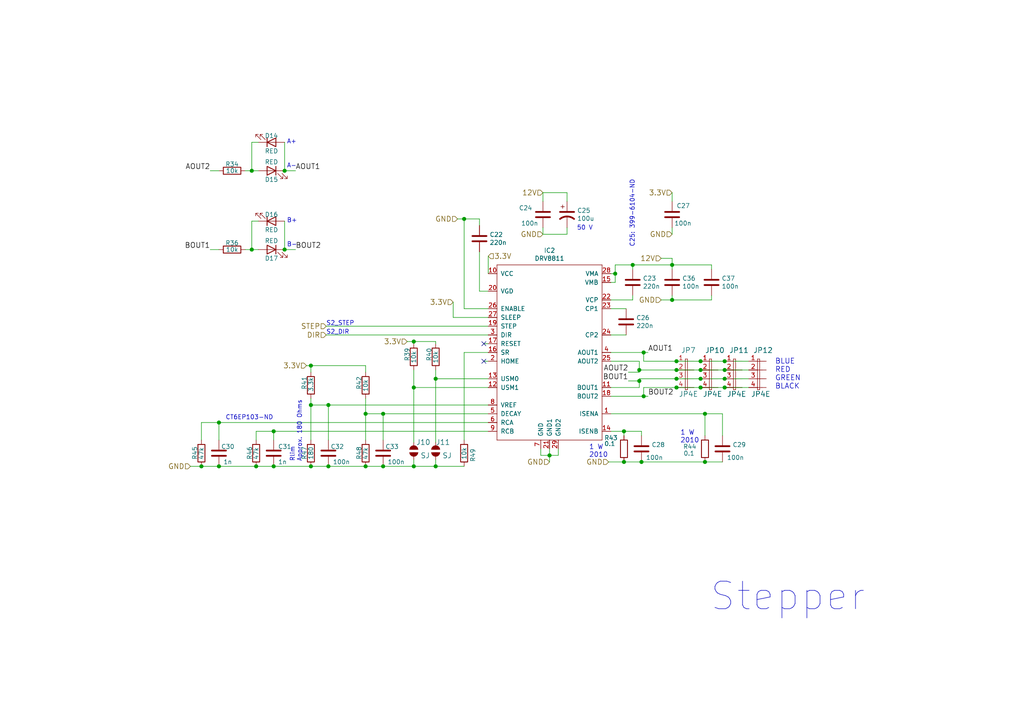
<source format=kicad_sch>
(kicad_sch (version 20211123) (generator eeschema)
  (paper "A4")
  (lib_symbols
    (symbol "Bertha_main-eagle-import:DRV8811" (pin_names (offset 1.016))
      (property "Reference" "IC" (at -15.24 27.94 0))
      (property "Value" "DRV8811" (at 0 27.94 0))
      (symbol "DRV8811_1_0"
        (polyline (pts (xy -15.24 -25.4) (xy -15.24 25.4)))
        (polyline (pts (xy -15.24 25.4) (xy 15.24 25.4)))
        (polyline (pts (xy 15.24 -25.4) (xy -15.24 -25.4)))
        (polyline (pts (xy 15.24 25.4) (xy 15.24 -25.4)))
        (pin bidirectional line (at 17.78 -17.78 180) (length 2.54) (name "ISENA") (number "1"))
        (pin bidirectional line (at -17.78 22.86 0) (length 2.54) (name "VCC") (number "10"))
        (pin bidirectional line (at 17.78 -10.16 180) (length 2.54) (name "BOUT1") (number "11"))
        (pin bidirectional line (at -17.78 -10.16 0) (length 2.54) (name "USM1") (number "12"))
        (pin bidirectional line (at -17.78 -7.62 0) (length 2.54) (name "USM0") (number "13"))
        (pin bidirectional line (at 17.78 -22.86 180) (length 2.54) (name "ISENB") (number "14"))
        (pin bidirectional line (at 17.78 20.32 180) (length 2.54) (name "VMB") (number "15"))
        (pin bidirectional line (at -17.78 0 0) (length 2.54) (name "SR") (number "16"))
        (pin bidirectional line (at -17.78 2.54 0) (length 2.54) (name "RESET") (number "17"))
        (pin bidirectional line (at 17.78 -12.7 180) (length 2.54) (name "BOUT2") (number "18"))
        (pin bidirectional line (at -17.78 7.62 0) (length 2.54) (name "STEP") (number "19"))
        (pin bidirectional line (at -17.78 -2.54 0) (length 2.54) (name "HOME") (number "2"))
        (pin bidirectional line (at -17.78 17.78 0) (length 2.54) (name "VGD") (number "20"))
        (pin bidirectional line (at 0 -27.94 90) (length 2.54) (name "GND1") (number "21"))
        (pin bidirectional line (at 17.78 15.24 180) (length 2.54) (name "VCP") (number "22"))
        (pin bidirectional line (at 17.78 12.7 180) (length 2.54) (name "CP1") (number "23"))
        (pin bidirectional line (at 17.78 5.08 180) (length 2.54) (name "CP2") (number "24"))
        (pin bidirectional line (at 17.78 -2.54 180) (length 2.54) (name "AOUT2") (number "25"))
        (pin bidirectional line (at -17.78 12.7 0) (length 2.54) (name "ENABLE") (number "26"))
        (pin bidirectional line (at -17.78 10.16 0) (length 2.54) (name "SLEEP") (number "27"))
        (pin bidirectional line (at 17.78 22.86 180) (length 2.54) (name "VMA") (number "28"))
        (pin bidirectional line (at 2.54 -27.94 90) (length 2.54) (name "GND2") (number "29"))
        (pin bidirectional line (at -17.78 5.08 0) (length 2.54) (name "DIR") (number "3"))
        (pin bidirectional line (at 17.78 0 180) (length 2.54) (name "AOUT1") (number "4"))
        (pin bidirectional line (at -17.78 -17.78 0) (length 2.54) (name "DECAY") (number "5"))
        (pin bidirectional line (at -17.78 -20.32 0) (length 2.54) (name "RCA") (number "6"))
        (pin bidirectional line (at -2.54 -27.94 90) (length 2.54) (name "GND") (number "7"))
        (pin bidirectional line (at -17.78 -15.24 0) (length 2.54) (name "VREF") (number "8"))
        (pin bidirectional line (at -17.78 -22.86 0) (length 2.54) (name "RCB") (number "9"))
      )
    )
    (symbol "Bertha_main-eagle-import:JP4E" (pin_names (offset 1.016))
      (property "Reference" "JP" (at -3.81 0 90))
      (property "Value" "JP4E" (at 8.255 0 90))
      (symbol "JP4E_1_0"
        (polyline (pts (xy -3.175 0) (xy 5.08 0)))
        (polyline (pts (xy -3.175 0.635) (xy -3.175 0)))
        (polyline (pts (xy -2.54 0) (xy -2.54 1.27)))
        (polyline (pts (xy -2.54 2.54) (xy -2.54 1.27)))
        (polyline (pts (xy 0 0) (xy 0 1.27)))
        (polyline (pts (xy 0 2.54) (xy 0 1.27)))
        (polyline (pts (xy 2.54 0) (xy 2.54 1.27)))
        (polyline (pts (xy 2.54 2.54) (xy 2.54 1.27)))
        (polyline (pts (xy 5.08 0) (xy 5.08 1.27)))
        (polyline (pts (xy 5.08 0) (xy 5.715 0)))
        (polyline (pts (xy 5.08 2.54) (xy 5.08 1.27)))
        (polyline (pts (xy 5.715 0) (xy 5.715 0.635)))
        (polyline (pts (xy 5.715 0.635) (xy -3.175 0.635)))
        (pin passive line (at -2.54 -2.54 90) (length 2.54) (name "1") (number "1"))
        (pin passive line (at 0 -2.54 90) (length 2.54) (name "2") (number "2"))
        (pin passive line (at 2.54 -2.54 90) (length 2.54) (name "3") (number "3"))
        (pin passive line (at 5.08 -2.54 90) (length 2.54) (name "4") (number "4"))
      )
    )
    (symbol "Bertha_main-eagle-import:SJ" (pin_names (offset 1.016))
      (property "Reference" "J" (at -2.54 2.54 0))
      (property "Value" "SJ" (at -2.54 -3.81 0))
      (symbol "SJ_1_0"
        (arc (start -0.381 1.2446) (mid -1.6005 0) (end -0.381 -1.2446) (stroke (width 0.0254)) (fill (type outline)))
        (polyline (pts (xy -2.54 0) (xy -1.651 0)))
        (polyline (pts (xy 2.54 0) (xy 1.651 0)))
        (arc (start 0.381 -1.2446) (mid 1.6005 0) (end 0.381 1.2446) (stroke (width 0.0254)) (fill (type outline)))
        (pin passive line (at -2.54 0 0) (length 0) (name "1") (number "1"))
        (pin passive line (at 2.54 0 180) (length 0) (name "2") (number "2"))
      )
    )
    (symbol "Device:C" (pin_numbers hide) (pin_names (offset 0.254))
      (property "Reference" "C" (at 0.635 2.54 0))
      (property "Value" "C" (at 0.635 -2.54 0))
      (symbol "C_0_1"
        (polyline (pts (xy -2.032 -0.762) (xy 2.032 -0.762)) (stroke (width 0.508)))
        (polyline (pts (xy -2.032 0.762) (xy 2.032 0.762)) (stroke (width 0.508)))
      )
      (symbol "C_1_1"
        (pin passive line (at 0 3.81 270) (length 2.794) (name "~") (number "1"))
        (pin passive line (at 0 -3.81 90) (length 2.794) (name "~") (number "2"))
      )
    )
    (symbol "Device:CP1" (pin_numbers hide) (pin_names (offset 0.254) hide)
      (property "Reference" "C" (at 0.635 2.54 0))
      (property "Value" "CP1" (at 0.635 -2.54 0))
      (symbol "CP1_0_1"
        (polyline (pts (xy -2.032 0.762) (xy 2.032 0.762)) (stroke (width 0.508)))
        (polyline (pts (xy -1.778 2.286) (xy -0.762 2.286)))
        (polyline (pts (xy -1.27 1.778) (xy -1.27 2.794)))
        (arc (start 2.032 -1.27) (mid 0 -0.5572) (end -2.032 -1.27) (stroke (width 0.508)))
      )
      (symbol "CP1_1_1"
        (pin passive line (at 0 3.81 270) (length 2.794) (name "~") (number "1"))
        (pin passive line (at 0 -3.81 90) (length 3.302) (name "~") (number "2"))
      )
    )
    (symbol "Device:LED" (pin_numbers hide) (pin_names (offset 1.016) hide)
      (property "Reference" "D" (at 0 2.54 0))
      (property "Value" "LED" (at 0 -2.54 0))
      (symbol "LED_0_1"
        (polyline (pts (xy -1.27 -1.27) (xy -1.27 1.27)) (stroke (width 0.254)))
        (polyline (pts (xy -1.27 0) (xy 1.27 0)))
        (polyline (pts (xy 1.27 -1.27) (xy 1.27 1.27) (xy -1.27 0) (xy 1.27 -1.27)) (stroke (width 0.254)))
        (polyline (pts (xy -3.048 -0.762) (xy -4.572 -2.286) (xy -3.81 -2.286) (xy -4.572 -2.286) (xy -4.572 -1.524)))
        (polyline (pts (xy -1.778 -0.762) (xy -3.302 -2.286) (xy -2.54 -2.286) (xy -3.302 -2.286) (xy -3.302 -1.524)))
      )
      (symbol "LED_1_1"
        (pin passive line (at -3.81 0 0) (length 2.54) (name "K") (number "1"))
        (pin passive line (at 3.81 0 180) (length 2.54) (name "A") (number "2"))
      )
    )
    (symbol "Device:R" (pin_numbers hide) (pin_names (offset 0))
      (property "Reference" "R" (at 2.032 0 90))
      (property "Value" "R" (at 0 0 90))
      (symbol "R_0_1"
        (rectangle (start -1.016 -2.54) (end 1.016 2.54) (stroke (width 0.254)))
      )
      (symbol "R_1_1"
        (pin passive line (at 0 3.81 270) (length 1.27) (name "~") (number "1"))
        (pin passive line (at 0 -3.81 90) (length 1.27) (name "~") (number "2"))
      )
    )
  )
  (junction (at 194.945 76.835) (diameter 1.016))
  (junction (at 194.945 86.995) (diameter 1.016))
  (junction (at 196.215 109.855) (diameter 1.016))
  (junction (at 196.215 104.775) (diameter 1.016))
  (junction (at 73.025 49.53) (diameter 1.016))
  (junction (at 120.015 135.255) (diameter 1.016))
  (junction (at 120.015 112.395) (diameter 1.016))
  (junction (at 185.42 110.49) (diameter 1.016))
  (junction (at 74.295 135.255) (diameter 1.016))
  (junction (at 203.2 109.855) (diameter 1.016))
  (junction (at 79.375 135.255) (diameter 1.016))
  (junction (at 95.25 135.255) (diameter 1.016))
  (junction (at 183.515 76.835) (diameter 1.016))
  (junction (at 63.5 135.255) (diameter 1.016))
  (junction (at 134.62 63.5) (diameter 1.016))
  (junction (at 210.185 109.855) (diameter 1.016))
  (junction (at 120.015 99.06) (diameter 1.016))
  (junction (at 210.185 112.395) (diameter 1.016))
  (junction (at 95.25 117.475) (diameter 1.016))
  (junction (at 111.125 120.015) (diameter 1.016))
  (junction (at 82.55 49.53) (diameter 1.016))
  (junction (at 203.2 107.315) (diameter 1.016))
  (junction (at 63.5 122.555) (diameter 1.016))
  (junction (at 180.975 133.985) (diameter 1.016))
  (junction (at 186.055 133.985) (diameter 1.016))
  (junction (at 73.025 72.39) (diameter 1.016))
  (junction (at 185.42 107.315) (diameter 1.016))
  (junction (at 79.375 125.095) (diameter 1.016))
  (junction (at 106.045 120.015) (diameter 1.016))
  (junction (at 126.365 135.255) (diameter 1.016))
  (junction (at 186.69 114.935) (diameter 1.016))
  (junction (at 186.69 102.235) (diameter 1.016))
  (junction (at 111.125 135.255) (diameter 1.016))
  (junction (at 106.045 135.255) (diameter 1.016))
  (junction (at 196.215 112.395) (diameter 1.016))
  (junction (at 90.17 106.045) (diameter 1.016))
  (junction (at 210.185 104.775) (diameter 1.016))
  (junction (at 178.435 79.375) (diameter 1.016))
  (junction (at 180.975 125.095) (diameter 1.016))
  (junction (at 203.2 112.395) (diameter 1.016))
  (junction (at 90.17 135.255) (diameter 1.016))
  (junction (at 126.365 109.855) (diameter 1.016))
  (junction (at 203.2 104.775) (diameter 1.016))
  (junction (at 58.42 135.255) (diameter 1.016))
  (junction (at 82.55 72.39) (diameter 1.016))
  (junction (at 210.185 107.315) (diameter 1.016))
  (junction (at 204.47 120.015) (diameter 1.016))
  (junction (at 196.215 107.315) (diameter 1.016))
  (junction (at 90.17 117.475) (diameter 1.016))
  (junction (at 159.385 132.08) (diameter 1.016))
  (junction (at 204.47 133.985) (diameter 1.016))
  (no_connect (at 140.335 99.695))
  (no_connect (at 140.335 104.775))
  (wire (pts (xy 106.045 106.045) (xy 106.045 107.95)))
  (wire (pts (xy 106.045 120.015) (xy 106.045 127.635)))
  (wire (pts (xy 203.2 107.315) (xy 196.215 107.315)))
  (wire (pts (xy 177.165 102.235) (xy 186.69 102.235)))
  (wire (pts (xy 126.365 133.35) (xy 126.365 135.255)))
  (wire (pts (xy 185.42 107.315) (xy 196.215 107.315)))
  (wire (pts (xy 178.435 81.915) (xy 178.435 79.375)))
  (wire (pts (xy 194.945 74.93) (xy 191.77 74.93)))
  (wire (pts (xy 74.93 72.39) (xy 73.025 72.39)))
  (wire (pts (xy 79.375 127.635) (xy 79.375 125.095)))
  (wire (pts (xy 106.045 106.045) (xy 90.17 106.045)))
  (wire (pts (xy 134.62 63.5) (xy 139.065 63.5)))
  (wire (pts (xy 194.945 66.04) (xy 194.945 67.945)))
  (wire (pts (xy 186.69 104.775) (xy 196.215 104.775)))
  (wire (pts (xy 157.48 66.04) (xy 157.48 67.945)))
  (wire (pts (xy 183.515 76.835) (xy 183.515 78.105)))
  (wire (pts (xy 177.165 120.015) (xy 204.47 120.015)))
  (wire (pts (xy 60.96 72.39) (xy 63.5 72.39)))
  (wire (pts (xy 183.515 85.725) (xy 183.515 86.995)))
  (wire (pts (xy 191.77 86.995) (xy 194.945 86.995)))
  (wire (pts (xy 74.93 41.275) (xy 73.025 41.275)))
  (wire (pts (xy 120.015 133.35) (xy 120.015 135.255)))
  (wire (pts (xy 82.55 64.135) (xy 82.55 72.39)))
  (wire (pts (xy 177.165 97.155) (xy 181.61 97.155)))
  (wire (pts (xy 159.385 133.985) (xy 159.385 132.08)))
  (wire (pts (xy 120.015 99.06) (xy 126.365 99.06)))
  (wire (pts (xy 196.215 104.775) (xy 203.2 104.775)))
  (wire (pts (xy 185.42 107.95) (xy 185.42 107.315)))
  (wire (pts (xy 95.25 117.475) (xy 90.17 117.475)))
  (wire (pts (xy 90.17 106.045) (xy 88.9 106.045)))
  (wire (pts (xy 186.69 114.935) (xy 186.69 112.395)))
  (wire (pts (xy 185.42 109.855) (xy 196.215 109.855)))
  (wire (pts (xy 134.62 89.535) (xy 141.605 89.535)))
  (wire (pts (xy 194.945 76.835) (xy 194.945 74.93)))
  (wire (pts (xy 185.42 104.775) (xy 185.42 107.315)))
  (wire (pts (xy 157.48 67.945) (xy 164.465 67.945)))
  (wire (pts (xy 203.2 104.775) (xy 210.185 104.775)))
  (wire (pts (xy 178.435 79.375) (xy 177.165 79.375)))
  (wire (pts (xy 139.065 73.025) (xy 139.065 84.455)))
  (wire (pts (xy 126.365 99.06) (xy 126.365 99.695)))
  (wire (pts (xy 209.55 133.985) (xy 204.47 133.985)))
  (wire (pts (xy 118.11 99.06) (xy 120.015 99.06)))
  (wire (pts (xy 111.125 127.635) (xy 111.125 120.015)))
  (wire (pts (xy 95.25 135.255) (xy 90.17 135.255)))
  (wire (pts (xy 206.375 85.725) (xy 206.375 86.995)))
  (wire (pts (xy 206.375 86.995) (xy 194.945 86.995)))
  (wire (pts (xy 183.515 76.835) (xy 194.945 76.835)))
  (wire (pts (xy 134.62 63.5) (xy 134.62 89.535)))
  (wire (pts (xy 203.2 112.395) (xy 196.215 112.395)))
  (wire (pts (xy 185.42 110.49) (xy 185.42 109.855)))
  (wire (pts (xy 106.045 115.57) (xy 106.045 120.015)))
  (wire (pts (xy 120.015 135.255) (xy 126.365 135.255)))
  (wire (pts (xy 79.375 135.255) (xy 74.295 135.255)))
  (wire (pts (xy 126.365 107.315) (xy 126.365 109.855)))
  (wire (pts (xy 164.465 55.88) (xy 164.465 58.42)))
  (wire (pts (xy 74.93 49.53) (xy 73.025 49.53)))
  (wire (pts (xy 63.5 135.255) (xy 58.42 135.255)))
  (wire (pts (xy 178.435 76.835) (xy 183.515 76.835)))
  (wire (pts (xy 90.17 106.045) (xy 90.17 107.95)))
  (wire (pts (xy 196.215 109.855) (xy 203.2 109.855)))
  (wire (pts (xy 204.47 126.365) (xy 204.47 120.015)))
  (wire (pts (xy 182.245 107.95) (xy 185.42 107.95)))
  (wire (pts (xy 141.605 99.695) (xy 140.335 99.695)))
  (wire (pts (xy 177.165 104.775) (xy 185.42 104.775)))
  (wire (pts (xy 177.165 86.995) (xy 183.515 86.995)))
  (wire (pts (xy 106.045 135.255) (xy 95.25 135.255)))
  (wire (pts (xy 161.925 132.08) (xy 161.925 130.175)))
  (wire (pts (xy 185.42 112.395) (xy 185.42 110.49)))
  (wire (pts (xy 217.17 107.315) (xy 210.185 107.315)))
  (wire (pts (xy 120.015 99.695) (xy 120.015 99.06)))
  (wire (pts (xy 111.125 120.015) (xy 141.605 120.015)))
  (wire (pts (xy 203.2 112.395) (xy 210.185 112.395)))
  (wire (pts (xy 182.245 110.49) (xy 185.42 110.49)))
  (wire (pts (xy 178.435 79.375) (xy 178.435 76.835)))
  (wire (pts (xy 186.055 133.985) (xy 180.975 133.985)))
  (wire (pts (xy 55.245 135.255) (xy 58.42 135.255)))
  (wire (pts (xy 134.62 102.235) (xy 141.605 102.235)))
  (wire (pts (xy 186.055 125.095) (xy 180.975 125.095)))
  (wire (pts (xy 79.375 125.095) (xy 141.605 125.095)))
  (wire (pts (xy 187.96 114.935) (xy 186.69 114.935)))
  (wire (pts (xy 74.295 135.255) (xy 63.5 135.255)))
  (wire (pts (xy 204.47 120.015) (xy 209.55 120.015)))
  (wire (pts (xy 159.385 132.08) (xy 159.385 130.175)))
  (wire (pts (xy 176.53 133.985) (xy 180.975 133.985)))
  (wire (pts (xy 157.48 55.88) (xy 164.465 55.88)))
  (wire (pts (xy 180.975 125.095) (xy 180.975 126.365)))
  (wire (pts (xy 120.015 112.395) (xy 141.605 112.395)))
  (wire (pts (xy 73.025 72.39) (xy 71.12 72.39)))
  (wire (pts (xy 141.605 104.775) (xy 140.335 104.775)))
  (wire (pts (xy 74.295 125.095) (xy 79.375 125.095)))
  (wire (pts (xy 111.125 135.255) (xy 106.045 135.255)))
  (wire (pts (xy 177.165 112.395) (xy 185.42 112.395)))
  (wire (pts (xy 60.96 49.53) (xy 63.5 49.53)))
  (wire (pts (xy 131.445 92.075) (xy 141.605 92.075)))
  (wire (pts (xy 159.385 132.08) (xy 161.925 132.08)))
  (wire (pts (xy 82.55 41.275) (xy 82.55 49.53)))
  (wire (pts (xy 90.17 115.57) (xy 90.17 117.475)))
  (wire (pts (xy 209.55 120.015) (xy 209.55 126.365)))
  (wire (pts (xy 186.055 126.365) (xy 186.055 125.095)))
  (wire (pts (xy 132.715 63.5) (xy 134.62 63.5)))
  (wire (pts (xy 194.945 76.835) (xy 194.945 78.105)))
  (wire (pts (xy 217.17 112.395) (xy 210.185 112.395)))
  (wire (pts (xy 194.945 86.995) (xy 194.945 85.725)))
  (wire (pts (xy 217.17 104.775) (xy 210.185 104.775)))
  (wire (pts (xy 126.365 109.855) (xy 126.365 128.27)))
  (wire (pts (xy 120.015 112.395) (xy 120.015 128.27)))
  (wire (pts (xy 139.065 84.455) (xy 141.605 84.455)))
  (wire (pts (xy 210.185 107.315) (xy 203.2 107.315)))
  (wire (pts (xy 186.69 102.235) (xy 187.96 102.235)))
  (wire (pts (xy 156.845 130.175) (xy 156.845 132.08)))
  (wire (pts (xy 85.725 72.39) (xy 82.55 72.39)))
  (wire (pts (xy 90.17 135.255) (xy 79.375 135.255)))
  (wire (pts (xy 141.605 74.295) (xy 141.605 79.375)))
  (wire (pts (xy 58.42 122.555) (xy 58.42 127.635)))
  (wire (pts (xy 120.015 107.315) (xy 120.015 112.395)))
  (wire (pts (xy 73.025 41.275) (xy 73.025 49.53)))
  (wire (pts (xy 139.065 63.5) (xy 139.065 65.405)))
  (wire (pts (xy 90.17 117.475) (xy 90.17 127.635)))
  (wire (pts (xy 181.61 89.535) (xy 177.165 89.535)))
  (wire (pts (xy 186.69 102.235) (xy 186.69 104.775)))
  (wire (pts (xy 217.17 109.855) (xy 210.185 109.855)))
  (wire (pts (xy 74.295 127.635) (xy 74.295 125.095)))
  (wire (pts (xy 126.365 109.855) (xy 141.605 109.855)))
  (wire (pts (xy 156.845 132.08) (xy 159.385 132.08)))
  (wire (pts (xy 131.445 87.63) (xy 131.445 92.075)))
  (wire (pts (xy 94.615 94.615) (xy 141.605 94.615)))
  (wire (pts (xy 126.365 135.255) (xy 134.62 135.255)))
  (wire (pts (xy 63.5 127.635) (xy 63.5 122.555)))
  (wire (pts (xy 206.375 76.835) (xy 194.945 76.835)))
  (wire (pts (xy 194.945 55.88) (xy 194.945 58.42)))
  (wire (pts (xy 73.025 49.53) (xy 71.12 49.53)))
  (wire (pts (xy 134.62 102.235) (xy 134.62 127.635)))
  (wire (pts (xy 94.615 97.155) (xy 141.605 97.155)))
  (wire (pts (xy 203.2 109.855) (xy 210.185 109.855)))
  (wire (pts (xy 177.165 114.935) (xy 186.69 114.935)))
  (wire (pts (xy 186.69 112.395) (xy 196.215 112.395)))
  (wire (pts (xy 186.055 133.985) (xy 204.47 133.985)))
  (wire (pts (xy 58.42 122.555) (xy 63.5 122.555)))
  (wire (pts (xy 63.5 122.555) (xy 141.605 122.555)))
  (wire (pts (xy 95.25 117.475) (xy 141.605 117.475)))
  (wire (pts (xy 120.015 135.255) (xy 111.125 135.255)))
  (wire (pts (xy 177.165 125.095) (xy 180.975 125.095)))
  (wire (pts (xy 206.375 78.105) (xy 206.375 76.835)))
  (wire (pts (xy 74.93 64.135) (xy 73.025 64.135)))
  (wire (pts (xy 73.025 64.135) (xy 73.025 72.39)))
  (wire (pts (xy 177.165 81.915) (xy 178.435 81.915)))
  (wire (pts (xy 95.25 127.635) (xy 95.25 117.475)))
  (wire (pts (xy 157.48 55.88) (xy 157.48 58.42)))
  (wire (pts (xy 85.725 49.53) (xy 82.55 49.53)))
  (wire (pts (xy 111.125 120.015) (xy 106.045 120.015)))
  (wire (pts (xy 164.465 66.04) (xy 164.465 67.945)))
  (text "50 V\n" (at 171.9834 66.929 180) (effects (font (size 1.27 1.27)) (justify right bottom)))
  (text "A+\n" (at 83.185 41.91 0) (effects (font (size 1.27 1.27)) (justify left bottom)))
  (text "B+\n" (at 83.185 64.77 0) (effects (font (size 1.27 1.27)) (justify left bottom)))
  (text "Rlim\nApprox. 180 Ohms" (at 87.63 133.985 90) (effects (font (size 1.27 1.27)) (justify left bottom)))
  (text "Stepper" (at 205.74 177.8 0) (effects (font (size 8.001 8.001)) (justify left bottom)))
  (text "C25: 399-6104-ND\n" (at 184.15 71.755 90) (effects (font (size 1.27 1.27)) (justify left bottom)))
  (text "S2_STEP\n" (at 94.615 94.615 0) (effects (font (size 1.27 1.27)) (justify left bottom)))
  (text "BLUE\nRED\nGREEN\nBLACK" (at 224.79 113.03 0) (effects (font (size 1.4986 1.4986)) (justify left bottom)))
  (text "CT6EP103-ND\n" (at 65.405 121.92 0) (effects (font (size 1.27 1.27)) (justify left bottom)))
  (text "B-" (at 83.185 71.755 0) (effects (font (size 1.27 1.27)) (justify left bottom)))
  (text "A-\n" (at 83.185 48.895 0) (effects (font (size 1.27 1.27)) (justify left bottom)))
  (text "1 W \n2010" (at 170.8404 132.842 0) (effects (font (size 1.397 1.397)) (justify left bottom)))
  (text "1 W \n2010" (at 197.3072 128.651 0) (effects (font (size 1.397 1.397)) (justify left bottom)))
  (text "S2_DIR" (at 94.615 97.155 0) (effects (font (size 1.27 1.27)) (justify left bottom)))
  (label "AOUT1" (at 187.96 102.235 0) (effects (font (size 1.4986 1.4986))))
  (label "BOUT2" (at 187.96 114.935 0) (effects (font (size 1.4986 1.4986))))
  (label "AOUT2" (at 182.245 107.95 180) (effects (font (size 1.4986 1.4986))))
  (label "AOUT2" (at 60.96 49.53 180) (effects (font (size 1.4986 1.4986))))
  (label "BOUT2" (at 85.725 72.39 0) (effects (font (size 1.4986 1.4986))))
  (label "AOUT1" (at 85.725 49.53 0) (effects (font (size 1.4986 1.4986))))
  (label "BOUT1" (at 60.96 72.39 180) (effects (font (size 1.4986 1.4986))))
  (label "BOUT1" (at 182.245 110.49 180) (effects (font (size 1.4986 1.4986))))
  (hierarchical_label "3.3V" (shape input) (at 118.11 99.06 180) (effects (font (size 1.4986 1.4986))))
  (hierarchical_label "DIR" (shape input) (at 94.615 97.155 180) (effects (font (size 1.4986 1.4986))))
  (hierarchical_label "3.3V" (shape input) (at 88.9 106.045 180) (effects (font (size 1.4986 1.4986))))
  (hierarchical_label "12V" (shape input) (at 191.77 74.93 180) (effects (font (size 1.4986 1.4986))))
  (hierarchical_label "GND" (shape input) (at 55.245 135.255 180) (effects (font (size 1.4986 1.4986))))
  (hierarchical_label "3.3V" (shape input) (at 194.945 55.88 180) (effects (font (size 1.4986 1.4986))))
  (hierarchical_label "GND" (shape input) (at 132.715 63.5 180) (effects (font (size 1.4986 1.4986))))
  (hierarchical_label "GND" (shape input) (at 194.945 67.945 180) (effects (font (size 1.4986 1.4986))))
  (hierarchical_label "GND" (shape input) (at 191.77 86.995 180) (effects (font (size 1.4986 1.4986))))
  (hierarchical_label "12V" (shape input) (at 157.48 55.88 180) (effects (font (size 1.4986 1.4986))))
  (hierarchical_label "GND" (shape input) (at 159.385 133.985 180) (effects (font (size 1.4986 1.4986))))
  (hierarchical_label "STEP" (shape input) (at 94.615 94.615 180) (effects (font (size 1.4986 1.4986))))
  (hierarchical_label "3.3V" (shape input) (at 131.445 87.63 180) (effects (font (size 1.4986 1.4986))))
  (hierarchical_label "3.3V" (shape input) (at 141.605 74.295 0) (effects (font (size 1.4986 1.4986))))
  (hierarchical_label "GND" (shape input) (at 157.48 67.945 180) (effects (font (size 1.4986 1.4986))))
  (hierarchical_label "GND" (shape input) (at 176.53 133.985 180) (effects (font (size 1.4986 1.4986))))
  (symbol (lib_id "Device:CP1") (at 164.465 62.23 0) (unit 1)
    (property "Reference" "C25" (at 167.386 61.0616 0) (effects (justify left)))
    (property "Value" "100u" (at 167.386 63.373 0) (effects (justify left)))
    (property "Footprint" "Capacitor_SMD:CP_Elec_8x10" (effects hide))
    (property "Datasheet" "https://www.mouser.com/datasheet/2/231/151002386372-1222327.pdf" (effects hide))
    (property "Description" "Aluminum Electrolytic Capacitors - SMD 100uF 25 Volts 20% " (effects hide))
    (property "MFN" "Lelon " (effects hide))
    (property "MFP" "VZL101M1ETR-0607" (effects hide))
    (property "S1PL" "https://www.mouser.com/ProductDetail/Lelon/VZL101M1ETR-0607?qs=sGAEpiMZZMvwFf0viD3Y3fHxNcSaiftwRLyonH7HETJQSk%2FDESmwTg%3D%3D" (effects hide))
    (property "S1PN" " 140-VZL101M1ETR-0607 " (effects hide))
  )
  (symbol (lib_id "Device:R") (at 67.31 49.53 270) (unit 1)
    (property "Reference" "R34" (at 67.31 47.625 90))
    (property "Value" "10k" (at 67.31 49.53 90))
    (property "Footprint" "Resistor_SMD:R_0805_2012Metric_Pad1.15x1.40mm_HandSolder" (effects hide))
    (property "Datasheet" "https://www.mouser.com/datasheet/2/219/RK73H-1825326.pdf" (effects hide))
    (property "Description" "Thick Film Resistors - SMD 1/4W 10K OHM 1%" (effects hide))
    (property "MFN" "KOA Speer " (effects hide))
    (property "MFP" "RK73H2ATTD1002F" (effects hide))
    (property "S1PL" "https://www.mouser.com/ProductDetail/KOA-Speer/RK73H2ATTD1002F?qs=sGAEpiMZZMtlubZbdhIBIADEshVnklemK%252BhrLNEuMe8%3D" (effects hide))
    (property "S1PN" " 660-RK73H2ATTD1002F " (effects hide))
  )
  (symbol (lib_id "Device:R") (at 67.31 72.39 270) (unit 1)
    (property "Reference" "R36" (at 67.31 70.485 90))
    (property "Value" "10k" (at 67.31 72.39 90))
    (property "Footprint" "Resistor_SMD:R_0805_2012Metric_Pad1.15x1.40mm_HandSolder" (effects hide))
    (property "Datasheet" "https://www.mouser.com/datasheet/2/219/RK73H-1825326.pdf" (effects hide))
    (property "Description" "Thick Film Resistors - SMD 1/4W 10K OHM 1%" (effects hide))
    (property "MFN" "KOA Speer " (effects hide))
    (property "MFP" "RK73H2ATTD1002F" (effects hide))
    (property "S1PL" "https://www.mouser.com/ProductDetail/KOA-Speer/RK73H2ATTD1002F?qs=sGAEpiMZZMtlubZbdhIBIADEshVnklemK%252BhrLNEuMe8%3D" (effects hide))
    (property "S1PN" " 660-RK73H2ATTD1002F " (effects hide))
  )
  (symbol (lib_id "Bertha_main-eagle-import:SJ") (at 126.365 130.81 270) (unit 1)
    (property "Reference" "J11" (at 126.365 128.27 90) (effects (font (size 1.4986 1.4986)) (justify left)))
    (property "Value" "SJ" (at 128.27 132.1308 90) (effects (font (size 1.4986 1.4986)) (justify left)))
    (property "Footprint" "Jumper:SolderJumper-2_P1.3mm_Open_Pad1.0x1.5mm" (effects hide))
  )
  (symbol (lib_id "Bertha_main-eagle-import:SJ") (at 120.015 130.81 270) (unit 1)
    (property "Reference" "J10" (at 120.65 128.27 90) (effects (font (size 1.4986 1.4986)) (justify left)))
    (property "Value" "SJ" (at 121.92 132.1308 90) (effects (font (size 1.4986 1.4986)) (justify left)))
    (property "Footprint" "Jumper:SolderJumper-2_P1.3mm_Open_Pad1.0x1.5mm" (effects hide))
  )
  (symbol (lib_id "Device:C") (at 111.125 131.445 0) (unit 1)
    (property "Reference" "C33" (at 111.76 129.54 0) (effects (justify left)))
    (property "Value" "100n" (at 112.395 133.985 0) (effects (justify left)))
    (property "Footprint" "Capacitor_SMD:C_0805_2012Metric_Pad1.15x1.40mm_HandSolder" (effects hide))
    (property "Datasheet" "https://www.mouser.com/datasheet/2/40/X7RDielectric-777024.pdf" (effects hide))
    (property "Description" "Multilayer Ceramic Capacitors MLCC - SMD/SMT 50V .1uF X7R 0805 10%TOL" (effects hide))
    (property "MFN" "AVX " (effects hide))
    (property "MFP" "08055C104KAT2A " (effects hide))
    (property "S1PL" "https://www.mouser.com/ProductDetail/AVX/08055C104KAT2A?qs=2ujN4bDBNE9mJvapP%252BjopA%3D%3D" (effects hide))
    (property "S1PN" " 581-08055C104K " (effects hide))
  )
  (symbol (lib_id "Device:R") (at 106.045 131.445 0) (unit 1)
    (property "Reference" "R48" (at 104.14 133.35 90) (effects (justify left)))
    (property "Value" "47k" (at 106.045 133.35 90) (effects (justify left)))
    (property "Footprint" "Resistor_SMD:R_0805_2012Metric_Pad1.15x1.40mm_HandSolder" (effects hide))
    (property "Datasheet" "https://www.mouser.com/datasheet/2/219/RK73H-1825326.pdf" (effects hide))
    (property "Description" "Thick Film Resistors - SMD 1/4W 47K OHM 1%" (effects hide))
    (property "MFN" "KOA Speer " (effects hide))
    (property "MFP" "RK73H2ATTD4702F " (effects hide))
    (property "S1PL" "https://www.mouser.com/ProductDetail/KOA-Speer/RK73H2ATTD4702F?qs=sGAEpiMZZMtlubZbdhIBILQdJXPOl2CPhxQhw0ysYoo%3D" (effects hide))
    (property "S1PN" " 660-RK73H2ATTD4702F " (effects hide))
  )
  (symbol (lib_id "Device:C") (at 95.25 131.445 0) (unit 1)
    (property "Reference" "C32" (at 95.885 129.54 0) (effects (justify left)))
    (property "Value" "100n" (at 96.52 133.985 0) (effects (justify left)))
    (property "Footprint" "Capacitor_SMD:C_0805_2012Metric_Pad1.15x1.40mm_HandSolder" (effects hide))
    (property "Datasheet" "https://www.mouser.com/datasheet/2/40/X7RDielectric-777024.pdf" (effects hide))
    (property "Description" "Multilayer Ceramic Capacitors MLCC - SMD/SMT 50V .1uF X7R 0805 10%TOL" (effects hide))
    (property "MFN" "AVX " (effects hide))
    (property "MFP" "08055C104KAT2A " (effects hide))
    (property "S1PL" "https://www.mouser.com/ProductDetail/AVX/08055C104KAT2A?qs=2ujN4bDBNE9mJvapP%252BjopA%3D%3D" (effects hide))
    (property "S1PN" " 581-08055C104K " (effects hide))
  )
  (symbol (lib_id "Device:R") (at 90.17 131.445 0) (unit 1)
    (property "Reference" "R47" (at 88.265 133.35 90) (effects (justify left)))
    (property "Value" "180" (at 90.17 133.35 90) (effects (justify left)))
    (property "Footprint" "Resistor_SMD:R_0805_2012Metric_Pad1.15x1.40mm_HandSolder" (effects hide))
    (property "Datasheet" "https://www.mouser.com/datasheet/2/219/RK73H-1825326.pdf" (effects hide))
    (property "Description" "Thick Film Resistors - SMD 1/4W 180 OHM 1%" (effects hide))
    (property "MFN" "KOA Speer " (effects hide))
    (property "MFP" "RK73H2ATTD1800F " (effects hide))
    (property "S1PL" "https://www.mouser.com/ProductDetail/KOA-Speer/RK73H2ATTD1800F?qs=gzQjdNGfstz2MTsVPzvA9w%3D%3D" (effects hide))
    (property "S1PN" " 660-RK73H2ATTD1800F " (effects hide))
  )
  (symbol (lib_id "Device:C") (at 79.375 131.445 0) (unit 1)
    (property "Reference" "C31" (at 80.645 129.54 0) (effects (justify left)))
    (property "Value" "1n" (at 80.645 133.985 0) (effects (justify left)))
    (property "Footprint" "Capacitor_SMD:C_0805_2012Metric_Pad1.15x1.40mm_HandSolder" (effects hide))
    (property "Datasheet" "https://www.mouser.com/datasheet/2/445/885012207060-1727713.pdf" (effects hide))
    (property "Description" "Multilayer Ceramic Capacitors MLCC - SMD/SMT 25V WCAP-CSGP 1000pF X7R 0805 10%  MLCC" (effects hide))
    (property "MFN" "Wurth Elektronik " (effects hide))
    (property "MFP" "885012207060 " (effects hide))
    (property "S1PL" "https://www.mouser.com/ProductDetail/Wurth-Elektronik/885012207060?qs=0KOYDY2FL2%252BYUmSrx5mMUA%3D%3D" (effects hide))
    (property "S1PN" " 710-885012207060 " (effects hide))
  )
  (symbol (lib_id "Device:R") (at 74.295 131.445 0) (unit 1)
    (property "Reference" "R46" (at 72.39 133.35 90) (effects (justify left)))
    (property "Value" "47k" (at 74.295 133.35 90) (effects (justify left)))
    (property "Footprint" "Resistor_SMD:R_0805_2012Metric_Pad1.15x1.40mm_HandSolder" (effects hide))
    (property "Datasheet" "https://www.mouser.com/datasheet/2/219/RK73H-1825326.pdf" (effects hide))
    (property "Description" "Thick Film Resistors - SMD 1/4W 47K OHM 1%" (effects hide))
    (property "MFN" "KOA Speer " (effects hide))
    (property "MFP" "RK73H2ATTD4702F " (effects hide))
    (property "S1PL" "https://www.mouser.com/ProductDetail/KOA-Speer/RK73H2ATTD4702F?qs=sGAEpiMZZMtlubZbdhIBILQdJXPOl2CPhxQhw0ysYoo%3D" (effects hide))
    (property "S1PN" " 660-RK73H2ATTD4702F " (effects hide))
  )
  (symbol (lib_id "Device:C") (at 63.5 131.445 0) (unit 1)
    (property "Reference" "C30" (at 64.135 129.54 0) (effects (justify left)))
    (property "Value" "1n" (at 64.77 133.985 0) (effects (justify left)))
    (property "Footprint" "Capacitor_SMD:C_0805_2012Metric_Pad1.15x1.40mm_HandSolder" (effects hide))
    (property "Datasheet" "https://www.mouser.com/datasheet/2/445/885012207060-1727713.pdf" (effects hide))
    (property "Description" "Multilayer Ceramic Capacitors MLCC - SMD/SMT 25V WCAP-CSGP 1000pF X7R 0805 10%  MLCC" (effects hide))
    (property "MFN" "Wurth Elektronik " (effects hide))
    (property "MFP" "885012207060 " (effects hide))
    (property "S1PL" "https://www.mouser.com/ProductDetail/Wurth-Elektronik/885012207060?qs=0KOYDY2FL2%252BYUmSrx5mMUA%3D%3D" (effects hide))
    (property "S1PN" " 710-885012207060 " (effects hide))
  )
  (symbol (lib_id "Device:R") (at 58.42 131.445 0) (unit 1)
    (property "Reference" "R45" (at 56.515 133.35 90) (effects (justify left)))
    (property "Value" "47k" (at 58.42 133.35 90) (effects (justify left)))
    (property "Footprint" "Resistor_SMD:R_0805_2012Metric_Pad1.15x1.40mm_HandSolder" (effects hide))
    (property "Datasheet" "https://www.mouser.com/datasheet/2/219/RK73H-1825326.pdf" (effects hide))
    (property "Description" "Thick Film Resistors - SMD 1/4W 47K OHM 1%" (effects hide))
    (property "MFN" "KOA Speer " (effects hide))
    (property "MFP" "RK73H2ATTD4702F " (effects hide))
    (property "S1PL" "https://www.mouser.com/ProductDetail/KOA-Speer/RK73H2ATTD4702F?qs=sGAEpiMZZMtlubZbdhIBILQdJXPOl2CPhxQhw0ysYoo%3D" (effects hide))
    (property "S1PN" " 660-RK73H2ATTD4702F " (effects hide))
  )
  (symbol (lib_id "Bertha_main-eagle-import:DRV8811") (at 159.385 102.235 0) (unit 1)
    (property "Reference" "IC2" (at 159.385 72.644 0))
    (property "Value" "DRV8811" (at 159.385 74.9554 0))
    (property "Footprint" "Package_SO:HTSSOP-28-1EP_4.4x9.7mm_P0.65mm_EP3.4x9.5mm_ThermalVias" (effects hide))
    (property "Datasheet" "https://www.ti.com/lit/ds/symlink/drv8811.pdf?HQS=TI-null-null-mousermode-df-pf-null-wwe&ts=1602173397653&ref_url=https%253A%252F%252Fwww.mouser.com%252F" (effects hide))
    (property "Description" "Motor / Motion / Ignition Controllers & Drivers Stepper motor controller IC " (effects hide))
    (property "MFN" "Texas Instruments " (effects hide))
    (property "MFP" "DRV8811PWPR " (effects hide))
    (property "S1PL" "https://www.mouser.com/ProductDetail/Texas-Instruments/DRV8811PWPR?qs=IK5e5L0zOXi5UzzaUCD4lg%3D%3D" (effects hide))
    (property "S1PN" " 595-DRV8811PWPR " (effects hide))
  )
  (symbol (lib_id "Device:R") (at 134.62 131.445 0) (unit 1)
    (property "Reference" "R49" (at 137.16 133.985 90) (effects (justify left)))
    (property "Value" "10k" (at 134.62 133.35 90) (effects (justify left)))
    (property "Footprint" "Resistor_SMD:R_0805_2012Metric_Pad1.15x1.40mm_HandSolder" (effects hide))
    (property "Datasheet" "https://www.mouser.com/datasheet/2/219/RK73H-1825326.pdf" (effects hide))
    (property "Description" "Thick Film Resistors - SMD 1/4W 10K OHM 1%" (effects hide))
    (property "MFN" "KOA Speer " (effects hide))
    (property "MFP" "RK73H2ATTD1002F" (effects hide))
    (property "S1PL" "https://www.mouser.com/ProductDetail/KOA-Speer/RK73H2ATTD1002F?qs=sGAEpiMZZMtlubZbdhIBIADEshVnklemK%252BhrLNEuMe8%3D" (effects hide))
    (property "S1PN" " 660-RK73H2ATTD1002F " (effects hide))
  )
  (symbol (lib_id "Device:R") (at 90.17 111.76 0) (unit 1)
    (property "Reference" "R41" (at 88.265 113.03 90) (effects (justify left)))
    (property "Value" "3.3k" (at 90.17 113.665 90) (effects (justify left)))
    (property "Footprint" "Resistor_SMD:R_0805_2012Metric_Pad1.15x1.40mm_HandSolder" (effects hide))
    (property "Datasheet" "https://www.mouser.com/datasheet/2/219/RK73H-1825326.pdf" (effects hide))
    (property "Description" "Thick Film Resistors - SMD 1/4W 3.3K OHM 1%" (effects hide))
    (property "MFN" "KOA Speer " (effects hide))
    (property "MFP" "RK73H2ATTD3301F" (effects hide))
    (property "S1PL" "https://www.mouser.com/ProductDetail/KOA-Speer/RK73H2ATTD3301F?qs=sGAEpiMZZMtlubZbdhIBICrrsNZHBc0zY%252Bt6xXNR0UM%3D" (effects hide))
    (property "S1PN" " 660-RK73H2ATTD3301F " (effects hide))
  )
  (symbol (lib_id "Device:R") (at 106.045 111.76 0) (unit 1)
    (property "Reference" "R42" (at 104.14 113.03 90) (effects (justify left)))
    (property "Value" "10k" (at 106.045 113.665 90) (effects (justify left)))
    (property "Footprint" "Resistor_SMD:R_0805_2012Metric_Pad1.15x1.40mm_HandSolder" (effects hide))
    (property "Datasheet" "https://www.mouser.com/datasheet/2/219/RK73H-1825326.pdf" (effects hide))
    (property "Description" "Thick Film Resistors - SMD 1/4W 10K OHM 1%" (effects hide))
    (property "MFN" "KOA Speer " (effects hide))
    (property "MFP" "RK73H2ATTD1002F" (effects hide))
    (property "S1PL" "https://www.mouser.com/ProductDetail/KOA-Speer/RK73H2ATTD1002F?qs=sGAEpiMZZMtlubZbdhIBIADEshVnklemK%252BhrLNEuMe8%3D" (effects hide))
    (property "S1PN" " 660-RK73H2ATTD1002F " (effects hide))
  )
  (symbol (lib_id "Device:R") (at 126.365 103.505 0) (unit 1)
    (property "Reference" "R40" (at 124.46 104.775 90) (effects (justify left)))
    (property "Value" "10k" (at 126.365 105.41 90) (effects (justify left)))
    (property "Footprint" "Resistor_SMD:R_0805_2012Metric_Pad1.15x1.40mm_HandSolder" (effects hide))
    (property "Datasheet" "https://www.mouser.com/datasheet/2/219/RK73H-1825326.pdf" (effects hide))
    (property "Description" "Thick Film Resistors - SMD 1/4W 10K OHM 1%" (effects hide))
    (property "MFN" "KOA Speer " (effects hide))
    (property "MFP" "RK73H2ATTD1002F" (effects hide))
    (property "S1PL" "https://www.mouser.com/ProductDetail/KOA-Speer/RK73H2ATTD1002F?qs=sGAEpiMZZMtlubZbdhIBIADEshVnklemK%252BhrLNEuMe8%3D" (effects hide))
    (property "S1PN" " 660-RK73H2ATTD1002F " (effects hide))
  )
  (symbol (lib_id "Device:R") (at 120.015 103.505 0) (unit 1)
    (property "Reference" "R39" (at 118.11 104.775 90) (effects (justify left)))
    (property "Value" "10k" (at 120.015 105.41 90) (effects (justify left)))
    (property "Footprint" "Resistor_SMD:R_0805_2012Metric_Pad1.15x1.40mm_HandSolder" (effects hide))
    (property "Datasheet" "https://www.mouser.com/datasheet/2/219/RK73H-1825326.pdf" (effects hide))
    (property "Description" "Thick Film Resistors - SMD 1/4W 10K OHM 1%" (effects hide))
    (property "MFN" "KOA Speer " (effects hide))
    (property "MFP" "RK73H2ATTD1002F" (effects hide))
    (property "S1PL" "https://www.mouser.com/ProductDetail/KOA-Speer/RK73H2ATTD1002F?qs=sGAEpiMZZMtlubZbdhIBIADEshVnklemK%252BhrLNEuMe8%3D" (effects hide))
    (property "S1PN" " 660-RK73H2ATTD1002F " (effects hide))
  )
  (symbol (lib_id "Device:C") (at 139.065 69.215 0) (unit 1)
    (property "Reference" "C22" (at 141.986 68.0466 0) (effects (justify left)))
    (property "Value" "220n" (at 141.986 70.358 0) (effects (justify left)))
    (property "Footprint" "Capacitor_SMD:C_0805_2012Metric_Pad1.15x1.40mm_HandSolder" (effects hide))
    (property "Datasheet" "https://www.mouser.com/datasheet/2/585/MLCC-1837944.pdf" (effects hide))
    (property "Description" "Multilayer Ceramic Capacitors MLCC - SMD/SMT 25V 220nF X7R 10% 0805" (effects hide))
    (property "MFN" "Samsung Electro-Mechanics " (effects hide))
    (property "MFP" "CL21B224KAFNNNE " (effects hide))
    (property "S1PL" "https://www.mouser.com/ProductDetail/Samsung-Electro-Mechanics/CL21B224KAFNNNE?qs=349EhDEZ59pKL14yZNNAGg%3D%3D" (effects hide))
    (property "S1PN" " 187-CL21B224KAFNNNE " (effects hide))
  )
  (symbol (lib_id "Device:C") (at 181.61 93.345 0) (unit 1)
    (property "Reference" "C26" (at 184.531 92.1766 0) (effects (justify left)))
    (property "Value" "220n" (at 184.531 94.488 0) (effects (justify left)))
    (property "Footprint" "Capacitor_SMD:C_0805_2012Metric_Pad1.15x1.40mm_HandSolder" (effects hide))
    (property "Datasheet" "https://www.mouser.com/datasheet/2/585/MLCC-1837944.pdf" (effects hide))
    (property "Description" "Multilayer Ceramic Capacitors MLCC - SMD/SMT 25V 220nF X7R 10% 0805" (effects hide))
    (property "MFN" "Samsung Electro-Mechanics " (effects hide))
    (property "MFP" "CL21B224KAFNNNE " (effects hide))
    (property "S1PL" "https://www.mouser.com/ProductDetail/Samsung-Electro-Mechanics/CL21B224KAFNNNE?qs=349EhDEZ59pKL14yZNNAGg%3D%3D" (effects hide))
    (property "S1PN" " 187-CL21B224KAFNNNE " (effects hide))
  )
  (symbol (lib_id "Device:C") (at 183.515 81.915 0) (unit 1)
    (property "Reference" "C23" (at 186.436 80.7466 0) (effects (justify left)))
    (property "Value" "220n" (at 186.436 83.058 0) (effects (justify left)))
    (property "Footprint" "Capacitor_SMD:C_0805_2012Metric_Pad1.15x1.40mm_HandSolder" (effects hide))
    (property "Datasheet" "https://www.mouser.com/datasheet/2/585/MLCC-1837944.pdf" (effects hide))
    (property "Description" "Multilayer Ceramic Capacitors MLCC - SMD/SMT 25V 220nF X7R 10% 0805" (effects hide))
    (property "MFN" "Samsung Electro-Mechanics " (effects hide))
    (property "MFP" "CL21B224KAFNNNE " (effects hide))
    (property "S1PL" "https://www.mouser.com/ProductDetail/Samsung-Electro-Mechanics/CL21B224KAFNNNE?qs=349EhDEZ59pKL14yZNNAGg%3D%3D" (effects hide))
    (property "S1PN" " 187-CL21B224KAFNNNE " (effects hide))
  )
  (symbol (lib_id "Device:C") (at 157.48 62.23 0) (unit 1)
    (property "Reference" "C24" (at 150.495 60.325 0) (effects (justify left)))
    (property "Value" "100n" (at 151.13 64.77 0) (effects (justify left)))
    (property "Footprint" "Capacitor_SMD:C_0805_2012Metric_Pad1.15x1.40mm_HandSolder" (effects hide))
    (property "Datasheet" "https://www.mouser.com/datasheet/2/40/X7RDielectric-777024.pdf" (effects hide))
    (property "Description" "Multilayer Ceramic Capacitors MLCC - SMD/SMT 50V .1uF X7R 0805 10%TOL" (effects hide))
    (property "MFN" "AVX " (effects hide))
    (property "MFP" "08055C104KAT2A " (effects hide))
    (property "S1PL" "https://www.mouser.com/ProductDetail/AVX/08055C104KAT2A?qs=2ujN4bDBNE9mJvapP%252BjopA%3D%3D" (effects hide))
    (property "S1PN" " 581-08055C104K " (effects hide))
  )
  (symbol (lib_id "Bertha_main-eagle-import:JP4E") (at 198.755 107.315 270) (unit 1)
    (property "Reference" "JP7" (at 197.485 101.6 90) (effects (font (size 1.4986 1.4986)) (justify left)))
    (property "Value" "JP4E" (at 196.85 114.3 90) (effects (font (size 1.4986 1.4986)) (justify left)))
    (property "Footprint" "Connector_PinHeader_2.54mm:PinHeader_1x04_P2.54mm_Vertical" (effects hide))
    (property "Datasheet" "https://www.mouser.com/datasheet/2/276/0022284040_PCB_HEADERS-228199.pdf" (effects hide))
    (property "MFN" "Molex " (effects hide))
    (property "MFP" "22-28-4040" (effects hide))
    (property "S1PL" "https://www.mouser.com/ProductDetail/Molex/22-28-4040?qs=MuwpYaHj751TT7oLDTEzqg%3D%3D" (effects hide))
    (property "S1PN" " 538-22-28-4040 " (effects hide))
  )
  (symbol (lib_id "Device:C") (at 194.945 62.23 0) (unit 1)
    (property "Reference" "C27" (at 196.215 59.69 0) (effects (justify left)))
    (property "Value" "100n" (at 195.58 64.77 0) (effects (justify left)))
    (property "Footprint" "Capacitor_SMD:C_0805_2012Metric_Pad1.15x1.40mm_HandSolder" (effects hide))
    (property "Datasheet" "https://www.mouser.com/datasheet/2/40/X7RDielectric-777024.pdf" (effects hide))
    (property "Description" "Multilayer Ceramic Capacitors MLCC - SMD/SMT 50V .1uF X7R 0805 10%TOL" (effects hide))
    (property "MFN" "AVX " (effects hide))
    (property "MFP" "08055C104KAT2A " (effects hide))
    (property "S1PL" "https://www.mouser.com/ProductDetail/AVX/08055C104KAT2A?qs=2ujN4bDBNE9mJvapP%252BjopA%3D%3D" (effects hide))
    (property "S1PN" " 581-08055C104K " (effects hide))
  )
  (symbol (lib_id "Device:C") (at 186.055 130.175 0) (unit 1)
    (property "Reference" "C28" (at 188.976 129.0066 0) (effects (justify left)))
    (property "Value" "100n" (at 187.325 132.715 0) (effects (justify left)))
    (property "Footprint" "Capacitor_SMD:C_0805_2012Metric_Pad1.15x1.40mm_HandSolder" (effects hide))
    (property "Datasheet" "https://www.mouser.com/datasheet/2/40/X7RDielectric-777024.pdf" (effects hide))
    (property "Description" "Multilayer Ceramic Capacitors MLCC - SMD/SMT 50V .1uF X7R 0805 10%TOL" (effects hide))
    (property "MFN" "AVX " (effects hide))
    (property "MFP" "08055C104KAT2A " (effects hide))
    (property "S1PL" "https://www.mouser.com/ProductDetail/AVX/08055C104KAT2A?qs=2ujN4bDBNE9mJvapP%252BjopA%3D%3D" (effects hide))
    (property "S1PN" " 581-08055C104K " (effects hide))
  )
  (symbol (lib_id "Device:R") (at 180.975 130.175 0) (unit 1)
    (property "Reference" "R43" (at 175.26 127 0) (effects (justify left)))
    (property "Value" "0.1" (at 175.2346 128.7018 0) (effects (justify left)))
    (property "Footprint" "Resistor_SMD:R_2010_5025Metric_Pad1.52x2.65mm_HandSolder" (effects hide))
    (property "Datasheet" "https://www.mouser.com/datasheet/2/414/LR-1528312.pdf" (effects hide))
    (property "Description" "Current Sense Resistors - SMD 1W .100 1% 100ppm" (effects hide))
    (property "MFN" "IRC / TT Electronics " (effects hide))
    (property "MFP" "LRC-LR2010LF-01-R100-F" (effects hide))
    (property "S1PL" "https://www.mouser.com/ProductDetail/IRC-TT-Electronics/LRC-LR2010LF-01-R100-F?qs=T4ZxkLPjgMPqp2Zxswn%252Brg%3D%3D" (effects hide))
    (property "S1PN" " 66-LR2010LF-01-R100 " (effects hide))
  )
  (symbol (lib_id "Device:C") (at 209.55 130.175 0) (unit 1)
    (property "Reference" "C29" (at 212.471 129.0066 0) (effects (justify left)))
    (property "Value" "100n" (at 210.82 132.715 0) (effects (justify left)))
    (property "Footprint" "Capacitor_SMD:C_0805_2012Metric_Pad1.15x1.40mm_HandSolder" (effects hide))
    (property "Datasheet" "https://www.mouser.com/datasheet/2/40/X7RDielectric-777024.pdf" (effects hide))
    (property "Description" "Multilayer Ceramic Capacitors MLCC - SMD/SMT 50V .1uF X7R 0805 10%TOL" (effects hide))
    (property "MFN" "AVX " (effects hide))
    (property "MFP" "08055C104KAT2A " (effects hide))
    (property "S1PL" "https://www.mouser.com/ProductDetail/AVX/08055C104KAT2A?qs=2ujN4bDBNE9mJvapP%252BjopA%3D%3D" (effects hide))
    (property "S1PN" " 581-08055C104K " (effects hide))
  )
  (symbol (lib_id "Device:R") (at 204.47 130.175 0) (unit 1)
    (property "Reference" "R44" (at 198.12 129.54 0) (effects (justify left)))
    (property "Value" "0.1" (at 198.2216 131.4958 0) (effects (justify left)))
    (property "Footprint" "Resistor_SMD:R_2010_5025Metric_Pad1.52x2.65mm_HandSolder" (effects hide))
    (property "Datasheet" "https://www.mouser.com/datasheet/2/414/LR-1528312.pdf" (effects hide))
    (property "Description" "Current Sense Resistors - SMD 1W .100 1% 100ppm" (effects hide))
    (property "MFN" "IRC / TT Electronics " (effects hide))
    (property "MFP" "LRC-LR2010LF-01-R100-F" (effects hide))
    (property "S1PL" "https://www.mouser.com/ProductDetail/IRC-TT-Electronics/LRC-LR2010LF-01-R100-F?qs=T4ZxkLPjgMPqp2Zxswn%252Brg%3D%3D" (effects hide))
    (property "S1PN" " 66-LR2010LF-01-R100 " (effects hide))
  )
  (symbol (lib_id "Device:LED") (at 78.74 41.275 0) (mirror x) (unit 1)
    (property "Reference" "D14" (at 78.74 39.37 0))
    (property "Value" "RED" (at 78.74 43.815 0))
    (property "Footprint" "LED_SMD:LED_0805_2012Metric_Pad1.15x1.40mm_HandSolder" (effects hide))
    (property "Datasheet" "https://www.mouser.com/datasheet/2/445/150080SS75000-1715426.pdf" (effects hide))
    (property "Description" "Standard LEDs - SMD WL-SMCW SMDMono TpVw Waterclr 0805 SprRed " (effects hide))
    (property "MFN" "Wurth Elektronik " (effects hide))
    (property "MFP" "150080SS75000 " (effects hide))
    (property "S1PL" "https://www.mouser.com/ProductDetail/Wurth-Elektronik/150080SS75000?qs=LlUlMxKIyB2zzpiaOzrUdw%3D%3D" (effects hide))
    (property "S1PN" " 710-150080SS75000 " (effects hide))
  )
  (symbol (lib_id "Device:LED") (at 78.74 49.53 0) (mirror y) (unit 1)
    (property "Reference" "D15" (at 78.74 52.07 0))
    (property "Value" "RED" (at 78.74 46.99 0))
    (property "Footprint" "LED_SMD:LED_0805_2012Metric_Pad1.15x1.40mm_HandSolder" (effects hide))
    (property "Datasheet" "https://www.mouser.com/datasheet/2/445/150080SS75000-1715426.pdf" (effects hide))
    (property "Description" "Standard LEDs - SMD WL-SMCW SMDMono TpVw Waterclr 0805 SprRed " (effects hide))
    (property "MFN" "Wurth Elektronik " (effects hide))
    (property "MFP" "150080SS75000 " (effects hide))
    (property "S1PL" "https://www.mouser.com/ProductDetail/Wurth-Elektronik/150080SS75000?qs=LlUlMxKIyB2zzpiaOzrUdw%3D%3D" (effects hide))
    (property "S1PN" " 710-150080SS75000 " (effects hide))
  )
  (symbol (lib_id "Device:LED") (at 78.74 72.39 0) (mirror y) (unit 1)
    (property "Reference" "D17" (at 78.74 74.93 0))
    (property "Value" "RED" (at 78.74 69.85 0))
    (property "Footprint" "LED_SMD:LED_0805_2012Metric_Pad1.15x1.40mm_HandSolder" (effects hide))
    (property "Datasheet" "https://www.mouser.com/datasheet/2/445/150080SS75000-1715426.pdf" (effects hide))
    (property "Description" "Standard LEDs - SMD WL-SMCW SMDMono TpVw Waterclr 0805 SprRed " (effects hide))
    (property "MFN" "Wurth Elektronik " (effects hide))
    (property "MFP" "150080SS75000 " (effects hide))
    (property "S1PL" "https://www.mouser.com/ProductDetail/Wurth-Elektronik/150080SS75000?qs=LlUlMxKIyB2zzpiaOzrUdw%3D%3D" (effects hide))
    (property "S1PN" " 710-150080SS75000 " (effects hide))
  )
  (symbol (lib_id "Device:LED") (at 78.74 64.135 0) (mirror x) (unit 1)
    (property "Reference" "D16" (at 78.74 62.23 0))
    (property "Value" "RED" (at 78.74 66.675 0))
    (property "Footprint" "LED_SMD:LED_0805_2012Metric_Pad1.15x1.40mm_HandSolder" (effects hide))
    (property "Datasheet" "https://www.mouser.com/datasheet/2/445/150080SS75000-1715426.pdf" (effects hide))
    (property "Description" "Standard LEDs - SMD WL-SMCW SMDMono TpVw Waterclr 0805 SprRed " (effects hide))
    (property "MFN" "Wurth Elektronik " (effects hide))
    (property "MFP" "150080SS75000 " (effects hide))
    (property "S1PL" "https://www.mouser.com/ProductDetail/Wurth-Elektronik/150080SS75000?qs=LlUlMxKIyB2zzpiaOzrUdw%3D%3D" (effects hide))
    (property "S1PN" " 710-150080SS75000 " (effects hide))
  )
  (symbol (lib_id "Bertha_main-eagle-import:JP4E") (at 212.725 107.315 270) (unit 1)
    (property "Reference" "JP11" (at 211.455 101.6 90) (effects (font (size 1.4986 1.4986)) (justify left)))
    (property "Value" "JP4E" (at 210.82 114.3 90) (effects (font (size 1.4986 1.4986)) (justify left)))
    (property "Footprint" "Connector_PinHeader_2.54mm:PinHeader_1x04_P2.54mm_Vertical" (effects hide))
    (property "Datasheet" "https://www.mouser.com/datasheet/2/276/0022284040_PCB_HEADERS-228199.pdf" (effects hide))
    (property "MFN" "Molex " (effects hide))
    (property "MFP" "22-28-4040" (effects hide))
    (property "S1PL" "https://www.mouser.com/ProductDetail/Molex/22-28-4040?qs=MuwpYaHj751TT7oLDTEzqg%3D%3D" (effects hide))
    (property "S1PN" " 538-22-28-4040 " (effects hide))
  )
  (symbol (lib_id "Bertha_main-eagle-import:JP4E") (at 219.71 107.315 270) (unit 1)
    (property "Reference" "JP12" (at 218.44 101.6 90) (effects (font (size 1.4986 1.4986)) (justify left)))
    (property "Value" "JP4E" (at 217.805 114.3 90) (effects (font (size 1.4986 1.4986)) (justify left)))
    (property "Footprint" "Connector_PinHeader_2.54mm:PinHeader_1x04_P2.54mm_Vertical" (effects hide))
    (property "Datasheet" "https://www.mouser.com/datasheet/2/276/0022284040_PCB_HEADERS-228199.pdf" (effects hide))
    (property "MFN" "Molex " (effects hide))
    (property "MFP" "22-28-4040" (effects hide))
    (property "S1PL" "https://www.mouser.com/ProductDetail/Molex/22-28-4040?qs=MuwpYaHj751TT7oLDTEzqg%3D%3D" (effects hide))
    (property "S1PN" " 538-22-28-4040 " (effects hide))
  )
  (symbol (lib_id "Bertha_main-eagle-import:JP4E") (at 205.74 107.315 270) (unit 1)
    (property "Reference" "JP10" (at 204.47 101.6 90) (effects (font (size 1.4986 1.4986)) (justify left)))
    (property "Value" "JP4E" (at 203.835 114.3 90) (effects (font (size 1.4986 1.4986)) (justify left)))
    (property "Footprint" "Connector_PinHeader_2.54mm:PinHeader_1x04_P2.54mm_Vertical" (effects hide))
    (property "Datasheet" "https://www.mouser.com/datasheet/2/276/0022284040_PCB_HEADERS-228199.pdf" (effects hide))
    (property "MFN" "Molex " (effects hide))
    (property "MFP" "22-28-4040" (effects hide))
    (property "S1PL" "https://www.mouser.com/ProductDetail/Molex/22-28-4040?qs=MuwpYaHj751TT7oLDTEzqg%3D%3D" (effects hide))
    (property "S1PN" " 538-22-28-4040 " (effects hide))
  )
  (symbol (lib_id "Device:C") (at 206.375 81.915 0) (unit 1)
    (property "Reference" "C37" (at 209.296 80.7466 0) (effects (justify left)))
    (property "Value" "100n" (at 209.296 83.058 0) (effects (justify left)))
    (property "Footprint" "Capacitor_SMD:C_0805_2012Metric_Pad1.15x1.40mm_HandSolder" (effects hide))
    (property "Datasheet" "https://www.mouser.com/datasheet/2/40/X7RDielectric-777024.pdf" (effects hide))
    (property "Description" "Multilayer Ceramic Capacitors MLCC - SMD/SMT 50V .1uF X7R 0805 10%TOL" (effects hide))
    (property "MFN" "AVX " (effects hide))
    (property "MFP" "08055C104KAT2A " (effects hide))
    (property "S1PL" "https://www.mouser.com/ProductDetail/AVX/08055C104KAT2A?qs=2ujN4bDBNE9mJvapP%252BjopA%3D%3D" (effects hide))
    (property "S1PN" " 581-08055C104K " (effects hide))
  )
  (symbol (lib_id "Device:C") (at 194.945 81.915 0) (unit 1)
    (property "Reference" "C36" (at 197.866 80.7466 0) (effects (justify left)))
    (property "Value" "100n" (at 197.866 83.058 0) (effects (justify left)))
    (property "Footprint" "Capacitor_SMD:C_0805_2012Metric_Pad1.15x1.40mm_HandSolder" (effects hide))
    (property "Datasheet" "https://www.mouser.com/datasheet/2/40/X7RDielectric-777024.pdf" (effects hide))
    (property "Description" "Multilayer Ceramic Capacitors MLCC - SMD/SMT 50V .1uF X7R 0805 10%TOL" (effects hide))
    (property "MFN" "AVX " (effects hide))
    (property "MFP" "08055C104KAT2A " (effects hide))
    (property "S1PL" "https://www.mouser.com/ProductDetail/AVX/08055C104KAT2A?qs=2ujN4bDBNE9mJvapP%252BjopA%3D%3D" (effects hide))
    (property "S1PN" " 581-08055C104K " (effects hide))
  )
)
</source>
